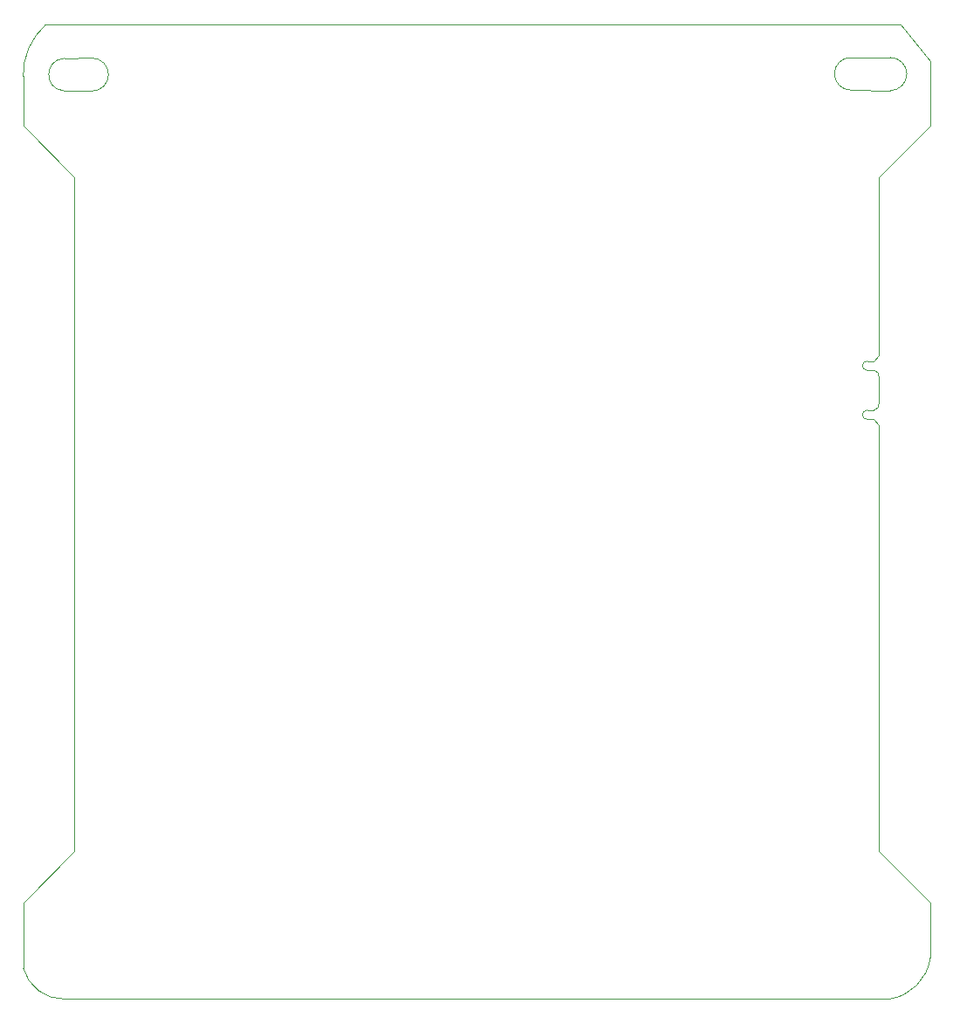
<source format=gbr>
%TF.GenerationSoftware,KiCad,Pcbnew,8.0.2-1*%
%TF.CreationDate,2024-05-28T17:53:56-07:00*%
%TF.ProjectId,flight_computer_dev_board_rfm98pw,666c6967-6874-45f6-936f-6d7075746572,rev?*%
%TF.SameCoordinates,Original*%
%TF.FileFunction,Profile,NP*%
%FSLAX46Y46*%
G04 Gerber Fmt 4.6, Leading zero omitted, Abs format (unit mm)*
G04 Created by KiCad (PCBNEW 8.0.2-1) date 2024-05-28 17:53:56*
%MOMM*%
%LPD*%
G01*
G04 APERTURE LIST*
%TA.AperFunction,Profile*%
%ADD10C,0.100000*%
%TD*%
%TA.AperFunction,Profile*%
%ADD11C,0.010000*%
%TD*%
G04 APERTURE END LIST*
D10*
X147266164Y-53978713D02*
X150016362Y-54003722D01*
X197601362Y-47563722D02*
X223001362Y-47563722D01*
X143343200Y-52574400D02*
G75*
G02*
X145506701Y-47589224I6488800J146000D01*
G01*
X150016362Y-50803722D02*
G75*
G02*
X150016362Y-54003678I38J-1599978D01*
G01*
X223616362Y-53903722D02*
G75*
G02*
X223666338Y-50754470I38J1575022D01*
G01*
X143343200Y-134000000D02*
X143343200Y-132710000D01*
X143343200Y-139074400D02*
X143343200Y-134000000D01*
X147316139Y-50829506D02*
X150016362Y-50803722D01*
X143343200Y-57380000D02*
X143343200Y-52574400D01*
X145506720Y-47589245D02*
X149976362Y-47563722D01*
X231343200Y-133532000D02*
X231343200Y-132710000D01*
X227343200Y-142074400D02*
X147343200Y-142074400D01*
X223001362Y-47563722D02*
X228441362Y-47578722D01*
X227466362Y-50753722D02*
G75*
G02*
X227466362Y-53953678I38J-1599978D01*
G01*
X147266164Y-53978713D02*
G75*
G02*
X147316135Y-50829423I134136J1572913D01*
G01*
X231343200Y-132710000D02*
X226370000Y-127736800D01*
X147343200Y-142074400D02*
G75*
G02*
X143343247Y-139074387I-60600J4085800D01*
G01*
X197601362Y-47563722D02*
X196443600Y-47563722D01*
X143343200Y-132710000D02*
X148320000Y-127733200D01*
X185536362Y-47563722D02*
X149976362Y-47563722D01*
X185536362Y-47563722D02*
X186893200Y-47563722D01*
X186893200Y-47563722D02*
X196443600Y-47563722D01*
X223616362Y-53903722D02*
X227466362Y-53953722D01*
X143343200Y-57380000D02*
X148320000Y-62356800D01*
X226370000Y-87920000D02*
X226370000Y-127736800D01*
X231343200Y-57380000D02*
X226370000Y-62353200D01*
X231343200Y-56345522D02*
X231343200Y-57380000D01*
X226370000Y-78120000D02*
X226370000Y-62353200D01*
X231343200Y-56345522D02*
X231343200Y-51074400D01*
X228441362Y-47578722D02*
X231343200Y-51074400D01*
X231343200Y-133532000D02*
X231343200Y-138074400D01*
X227466362Y-50753722D02*
X223666337Y-50754515D01*
X148320000Y-127733200D02*
X148320000Y-62356800D01*
X231343200Y-138074400D02*
G75*
G02*
X227343200Y-142074400I-4618600J618600D01*
G01*
D11*
%TO.C,J8*%
X225220000Y-80195000D02*
X225870000Y-80195000D01*
X225220000Y-81095000D02*
X225870000Y-81095000D01*
X225220000Y-84945000D02*
X225870000Y-84945000D01*
X225220000Y-85845000D02*
X225870000Y-85845000D01*
X226370000Y-78120000D02*
X226370000Y-79620000D01*
X226370000Y-79620000D02*
X225870000Y-80195000D01*
X226370000Y-86420000D02*
X225870000Y-85845000D01*
X226370000Y-87920000D02*
X226370000Y-86420000D01*
X226374943Y-83019470D02*
X226370000Y-81720000D01*
X226374943Y-83019470D02*
X226374943Y-84319470D01*
X225220000Y-81095000D02*
G75*
G02*
X225220000Y-80195000I0J450000D01*
G01*
X225220000Y-85845000D02*
G75*
G02*
X225220000Y-84945000I0J450000D01*
G01*
X225865057Y-81094471D02*
G75*
G02*
X226370002Y-81720000I-59997J-564999D01*
G01*
X226374943Y-84319470D02*
G75*
G02*
X225870000Y-84944999I-564942J-60530D01*
G01*
%TD*%
M02*

</source>
